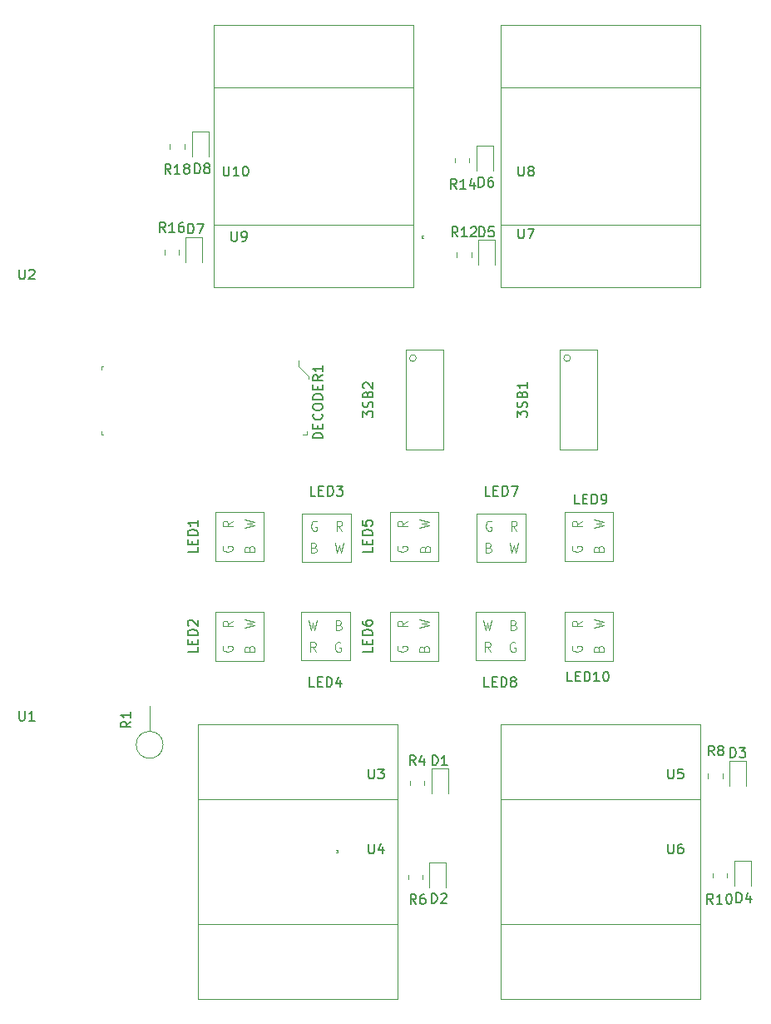
<source format=gbr>
%TF.GenerationSoftware,KiCad,Pcbnew,(5.1.7)-1*%
%TF.CreationDate,2020-11-19T14:16:26-06:00*%
%TF.ProjectId,SLEDBoard,534c4544-426f-4617-9264-2e6b69636164,v01*%
%TF.SameCoordinates,Original*%
%TF.FileFunction,Legend,Top*%
%TF.FilePolarity,Positive*%
%FSLAX46Y46*%
G04 Gerber Fmt 4.6, Leading zero omitted, Abs format (unit mm)*
G04 Created by KiCad (PCBNEW (5.1.7)-1) date 2020-11-19 14:16:26*
%MOMM*%
%LPD*%
G01*
G04 APERTURE LIST*
%ADD10C,0.025400*%
%ADD11C,0.120000*%
%ADD12C,0.100000*%
%ADD13C,0.150000*%
G04 APERTURE END LIST*
D10*
X78499666Y-92809095D02*
X78342428Y-92809095D01*
X78427095Y-92712333D01*
X78390809Y-92712333D01*
X78366619Y-92700238D01*
X78354523Y-92688142D01*
X78342428Y-92663952D01*
X78342428Y-92603476D01*
X78354523Y-92579285D01*
X78366619Y-92567190D01*
X78390809Y-92555095D01*
X78463380Y-92555095D01*
X78487571Y-92567190D01*
X78499666Y-92579285D01*
X69640333Y-155035904D02*
X69797571Y-155035904D01*
X69712904Y-155132666D01*
X69749190Y-155132666D01*
X69773380Y-155144761D01*
X69785476Y-155156857D01*
X69797571Y-155181047D01*
X69797571Y-155241523D01*
X69785476Y-155265714D01*
X69773380Y-155277809D01*
X69749190Y-155289904D01*
X69676619Y-155289904D01*
X69652428Y-155277809D01*
X69640333Y-155265714D01*
D11*
%TO.C,U10*%
X77470000Y-91440000D02*
X57150000Y-91440000D01*
X77470000Y-71120000D02*
X77470000Y-91440000D01*
X57150000Y-71120000D02*
X77470000Y-71120000D01*
X57150000Y-91440000D02*
X57150000Y-71120000D01*
%TO.C,U9*%
X77470000Y-97790000D02*
X57150000Y-97790000D01*
X77470000Y-77470000D02*
X77470000Y-97790000D01*
X57150000Y-77470000D02*
X77470000Y-77470000D01*
X57150000Y-97790000D02*
X57150000Y-77470000D01*
%TO.C,U8*%
X106680000Y-91440000D02*
X86360000Y-91440000D01*
X106680000Y-71120000D02*
X106680000Y-91440000D01*
X86360000Y-71120000D02*
X106680000Y-71120000D01*
X86360000Y-91440000D02*
X86360000Y-71120000D01*
%TO.C,U7*%
X106680000Y-97790000D02*
X86360000Y-97790000D01*
X106680000Y-77470000D02*
X106680000Y-97790000D01*
X86360000Y-77470000D02*
X106680000Y-77470000D01*
X86360000Y-97790000D02*
X86360000Y-77470000D01*
%TO.C,U6*%
X86360000Y-149860000D02*
X106680000Y-149860000D01*
X86360000Y-170180000D02*
X86360000Y-149860000D01*
X106680000Y-170180000D02*
X86360000Y-170180000D01*
X106680000Y-149860000D02*
X106680000Y-170180000D01*
%TO.C,U5*%
X86360000Y-142240000D02*
X106680000Y-142240000D01*
X86360000Y-162560000D02*
X86360000Y-142240000D01*
X106680000Y-162560000D02*
X86360000Y-162560000D01*
X106680000Y-142240000D02*
X106680000Y-162560000D01*
%TO.C,U4*%
X55520000Y-149860000D02*
X75840000Y-149860000D01*
X55520000Y-170180000D02*
X55520000Y-149860000D01*
X75840000Y-170180000D02*
X55520000Y-170180000D01*
X75840000Y-149860000D02*
X75840000Y-170180000D01*
%TO.C,U3*%
X55545000Y-142240000D02*
X75865000Y-142240000D01*
X55545000Y-162560000D02*
X55545000Y-142240000D01*
X75865000Y-162560000D02*
X55545000Y-162560000D01*
X75865000Y-142240000D02*
X75865000Y-162560000D01*
%TO.C,3SB1*%
X93457177Y-105003600D02*
G75*
G03*
X93457177Y-105003600I-340777J0D01*
G01*
X92405200Y-104140000D02*
X96215200Y-104140000D01*
X92405200Y-114300000D02*
X92405200Y-104140000D01*
X96215200Y-114300000D02*
X92405200Y-114300000D01*
X96215200Y-104140000D02*
X96215200Y-114300000D01*
%TO.C,3SB2*%
X80518000Y-104140000D02*
X80518000Y-114300000D01*
X80518000Y-114300000D02*
X76708000Y-114300000D01*
X76708000Y-114300000D02*
X76708000Y-104140000D01*
X76708000Y-104140000D02*
X80518000Y-104140000D01*
X77759977Y-105003600D02*
G75*
G03*
X77759977Y-105003600I-340777J0D01*
G01*
%TO.C,R18*%
X54149800Y-83241836D02*
X54149800Y-83695964D01*
X52679800Y-83241836D02*
X52679800Y-83695964D01*
%TO.C,R16*%
X52134700Y-93998036D02*
X52134700Y-94452164D01*
X53604700Y-93998036D02*
X53604700Y-94452164D01*
%TO.C,R14*%
X83175700Y-84629636D02*
X83175700Y-85083764D01*
X81705700Y-84629636D02*
X81705700Y-85083764D01*
%TO.C,R12*%
X83360300Y-94255236D02*
X83360300Y-94709364D01*
X81890300Y-94255236D02*
X81890300Y-94709364D01*
%TO.C,R10*%
X109414000Y-157406936D02*
X109414000Y-157861064D01*
X107944000Y-157406936D02*
X107944000Y-157861064D01*
%TO.C,R8*%
X108936000Y-147265936D02*
X108936000Y-147720064D01*
X107466000Y-147265936D02*
X107466000Y-147720064D01*
%TO.C,R6*%
X78406600Y-157550936D02*
X78406600Y-158005064D01*
X76936600Y-157550936D02*
X76936600Y-158005064D01*
%TO.C,R4*%
X78594400Y-148001936D02*
X78594400Y-148456064D01*
X77124400Y-148001936D02*
X77124400Y-148456064D01*
%TO.C,D1*%
X80995400Y-146729000D02*
X80995400Y-149279000D01*
X79295400Y-146729000D02*
X79295400Y-149279000D01*
X80995400Y-146729000D02*
X79295400Y-146729000D01*
%TO.C,D2*%
X80807600Y-156278000D02*
X79107600Y-156278000D01*
X79107600Y-156278000D02*
X79107600Y-158828000D01*
X80807600Y-156278000D02*
X80807600Y-158828000D01*
%TO.C,D3*%
X111337000Y-145993000D02*
X109637000Y-145993000D01*
X109637000Y-145993000D02*
X109637000Y-148543000D01*
X111337000Y-145993000D02*
X111337000Y-148543000D01*
%TO.C,D4*%
X111815000Y-156134000D02*
X111815000Y-158684000D01*
X110115000Y-156134000D02*
X110115000Y-158684000D01*
X111815000Y-156134000D02*
X110115000Y-156134000D01*
%TO.C,D5*%
X85761300Y-92982300D02*
X84061300Y-92982300D01*
X84061300Y-92982300D02*
X84061300Y-95532300D01*
X85761300Y-92982300D02*
X85761300Y-95532300D01*
%TO.C,D6*%
X85576700Y-83356700D02*
X83876700Y-83356700D01*
X83876700Y-83356700D02*
X83876700Y-85906700D01*
X85576700Y-83356700D02*
X85576700Y-85906700D01*
%TO.C,D7*%
X56005700Y-92725100D02*
X56005700Y-95275100D01*
X54305700Y-92725100D02*
X54305700Y-95275100D01*
X56005700Y-92725100D02*
X54305700Y-92725100D01*
%TO.C,D8*%
X56614000Y-81968900D02*
X56614000Y-84518900D01*
X54914000Y-81968900D02*
X54914000Y-84518900D01*
X56614000Y-81968900D02*
X54914000Y-81968900D01*
D12*
%TO.C,DECODER1*%
X66602200Y-112817000D02*
X66602200Y-112417000D01*
X66202200Y-112817000D02*
X66602200Y-112817000D01*
X66792200Y-106837000D02*
X65792200Y-105837000D01*
X66792200Y-107137000D02*
X66792200Y-106837000D01*
X65792200Y-105837000D02*
X65792200Y-105467000D01*
X65792200Y-105457000D02*
X65792200Y-105207000D01*
X45692200Y-112737000D02*
X45892200Y-112737000D01*
X45692200Y-112437000D02*
X45692200Y-112737000D01*
X45692200Y-105837000D02*
X45692200Y-106137000D01*
X45892200Y-105837000D02*
X45692200Y-105837000D01*
D11*
%TO.C,LED1*%
X57340500Y-120650000D02*
X62230000Y-120650000D01*
X57340500Y-125666500D02*
X57340500Y-120650000D01*
X62230000Y-125666500D02*
X57340500Y-125666500D01*
X62230000Y-120650000D02*
X62230000Y-125666500D01*
%TO.C,LED2*%
X62230000Y-130810000D02*
X62230000Y-135826500D01*
X62230000Y-135826500D02*
X57340500Y-135826500D01*
X57340500Y-135826500D02*
X57340500Y-130810000D01*
X57340500Y-130810000D02*
X62230000Y-130810000D01*
%TO.C,LED3*%
X71120000Y-125730000D02*
X66103500Y-125730000D01*
X66103500Y-125730000D02*
X66103500Y-120840500D01*
X66103500Y-120840500D02*
X71120000Y-120840500D01*
X71120000Y-120840500D02*
X71120000Y-125730000D01*
%TO.C,LED4*%
X66040000Y-135699500D02*
X66040000Y-130810000D01*
X71056500Y-135699500D02*
X66040000Y-135699500D01*
X71056500Y-130810000D02*
X71056500Y-135699500D01*
X66040000Y-130810000D02*
X71056500Y-130810000D01*
%TO.C,LED5*%
X75120500Y-120650000D02*
X80010000Y-120650000D01*
X75120500Y-125666500D02*
X75120500Y-120650000D01*
X80010000Y-125666500D02*
X75120500Y-125666500D01*
X80010000Y-120650000D02*
X80010000Y-125666500D01*
%TO.C,LED6*%
X80010000Y-130810000D02*
X80010000Y-135826500D01*
X80010000Y-135826500D02*
X75120500Y-135826500D01*
X75120500Y-135826500D02*
X75120500Y-130810000D01*
X75120500Y-130810000D02*
X80010000Y-130810000D01*
%TO.C,LED7*%
X88900000Y-125730000D02*
X83883500Y-125730000D01*
X83883500Y-125730000D02*
X83883500Y-120840500D01*
X83883500Y-120840500D02*
X88900000Y-120840500D01*
X88900000Y-120840500D02*
X88900000Y-125730000D01*
%TO.C,LED8*%
X83820000Y-130810000D02*
X88836500Y-130810000D01*
X88836500Y-130810000D02*
X88836500Y-135699500D01*
X88836500Y-135699500D02*
X83820000Y-135699500D01*
X83820000Y-135699500D02*
X83820000Y-130810000D01*
%TO.C,LED9*%
X92900500Y-120650000D02*
X97790000Y-120650000D01*
X92900500Y-125666500D02*
X92900500Y-120650000D01*
X97790000Y-125666500D02*
X92900500Y-125666500D01*
X97790000Y-120650000D02*
X97790000Y-125666500D01*
%TO.C,LED10*%
X92900500Y-130810000D02*
X97790000Y-130810000D01*
X92900500Y-135826500D02*
X92900500Y-130810000D01*
X97790000Y-135826500D02*
X92900500Y-135826500D01*
X97790000Y-130810000D02*
X97790000Y-135826500D01*
%TO.C,R1*%
X51995000Y-144325000D02*
G75*
G03*
X51995000Y-144325000I-1370000J0D01*
G01*
X50625000Y-142955000D02*
X50625000Y-140345000D01*
%TO.C,U10*%
D13*
X58146903Y-85477379D02*
X58146903Y-86286903D01*
X58194522Y-86382141D01*
X58242141Y-86429760D01*
X58337379Y-86477379D01*
X58527856Y-86477379D01*
X58623094Y-86429760D01*
X58670713Y-86382141D01*
X58718332Y-86286903D01*
X58718332Y-85477379D01*
X59718332Y-86477379D02*
X59146903Y-86477379D01*
X59432618Y-86477379D02*
X59432618Y-85477379D01*
X59337379Y-85620237D01*
X59242141Y-85715475D01*
X59146903Y-85763094D01*
X60337379Y-85477379D02*
X60432618Y-85477379D01*
X60527856Y-85524999D01*
X60575475Y-85572618D01*
X60623094Y-85667856D01*
X60670713Y-85858332D01*
X60670713Y-86096427D01*
X60623094Y-86286903D01*
X60575475Y-86382141D01*
X60527856Y-86429760D01*
X60432618Y-86477379D01*
X60337379Y-86477379D01*
X60242141Y-86429760D01*
X60194522Y-86382141D01*
X60146903Y-86286903D01*
X60099284Y-86096427D01*
X60099284Y-85858332D01*
X60146903Y-85667856D01*
X60194522Y-85572618D01*
X60242141Y-85524999D01*
X60337379Y-85477379D01*
%TO.C,U9*%
X58953495Y-92122380D02*
X58953495Y-92931904D01*
X59001114Y-93027142D01*
X59048733Y-93074761D01*
X59143971Y-93122380D01*
X59334447Y-93122380D01*
X59429685Y-93074761D01*
X59477304Y-93027142D01*
X59524923Y-92931904D01*
X59524923Y-92122380D01*
X60048733Y-93122380D02*
X60239209Y-93122380D01*
X60334447Y-93074761D01*
X60382066Y-93027142D01*
X60477304Y-92884285D01*
X60524923Y-92693809D01*
X60524923Y-92312857D01*
X60477304Y-92217619D01*
X60429685Y-92170000D01*
X60334447Y-92122380D01*
X60143971Y-92122380D01*
X60048733Y-92170000D01*
X60001114Y-92217619D01*
X59953495Y-92312857D01*
X59953495Y-92550952D01*
X60001114Y-92646190D01*
X60048733Y-92693809D01*
X60143971Y-92741428D01*
X60334447Y-92741428D01*
X60429685Y-92693809D01*
X60477304Y-92646190D01*
X60524923Y-92550952D01*
%TO.C,U8*%
X88163495Y-85477379D02*
X88163495Y-86286903D01*
X88211114Y-86382141D01*
X88258733Y-86429760D01*
X88353971Y-86477379D01*
X88544447Y-86477379D01*
X88639685Y-86429760D01*
X88687304Y-86382141D01*
X88734923Y-86286903D01*
X88734923Y-85477379D01*
X89353971Y-85905951D02*
X89258733Y-85858332D01*
X89211114Y-85810713D01*
X89163495Y-85715475D01*
X89163495Y-85667856D01*
X89211114Y-85572618D01*
X89258733Y-85524999D01*
X89353971Y-85477379D01*
X89544447Y-85477379D01*
X89639685Y-85524999D01*
X89687304Y-85572618D01*
X89734923Y-85667856D01*
X89734923Y-85715475D01*
X89687304Y-85810713D01*
X89639685Y-85858332D01*
X89544447Y-85905951D01*
X89353971Y-85905951D01*
X89258733Y-85953570D01*
X89211114Y-86001189D01*
X89163495Y-86096427D01*
X89163495Y-86286903D01*
X89211114Y-86382141D01*
X89258733Y-86429760D01*
X89353971Y-86477379D01*
X89544447Y-86477379D01*
X89639685Y-86429760D01*
X89687304Y-86382141D01*
X89734923Y-86286903D01*
X89734923Y-86096427D01*
X89687304Y-86001189D01*
X89639685Y-85953570D01*
X89544447Y-85905951D01*
%TO.C,U7*%
X88163495Y-91827379D02*
X88163495Y-92636903D01*
X88211114Y-92732141D01*
X88258733Y-92779760D01*
X88353971Y-92827379D01*
X88544447Y-92827379D01*
X88639685Y-92779760D01*
X88687304Y-92732141D01*
X88734923Y-92636903D01*
X88734923Y-91827379D01*
X89115876Y-91827379D02*
X89782542Y-91827379D01*
X89353971Y-92827379D01*
%TO.C,U6*%
X103378095Y-154392380D02*
X103378095Y-155201904D01*
X103425714Y-155297142D01*
X103473333Y-155344761D01*
X103568571Y-155392380D01*
X103759047Y-155392380D01*
X103854285Y-155344761D01*
X103901904Y-155297142D01*
X103949523Y-155201904D01*
X103949523Y-154392380D01*
X104854285Y-154392380D02*
X104663809Y-154392380D01*
X104568571Y-154440000D01*
X104520952Y-154487619D01*
X104425714Y-154630476D01*
X104378095Y-154820952D01*
X104378095Y-155201904D01*
X104425714Y-155297142D01*
X104473333Y-155344761D01*
X104568571Y-155392380D01*
X104759047Y-155392380D01*
X104854285Y-155344761D01*
X104901904Y-155297142D01*
X104949523Y-155201904D01*
X104949523Y-154963809D01*
X104901904Y-154868571D01*
X104854285Y-154820952D01*
X104759047Y-154773333D01*
X104568571Y-154773333D01*
X104473333Y-154820952D01*
X104425714Y-154868571D01*
X104378095Y-154963809D01*
%TO.C,U5*%
X103378095Y-146772380D02*
X103378095Y-147581904D01*
X103425714Y-147677142D01*
X103473333Y-147724761D01*
X103568571Y-147772380D01*
X103759047Y-147772380D01*
X103854285Y-147724761D01*
X103901904Y-147677142D01*
X103949523Y-147581904D01*
X103949523Y-146772380D01*
X104901904Y-146772380D02*
X104425714Y-146772380D01*
X104378095Y-147248571D01*
X104425714Y-147200952D01*
X104520952Y-147153333D01*
X104759047Y-147153333D01*
X104854285Y-147200952D01*
X104901904Y-147248571D01*
X104949523Y-147343809D01*
X104949523Y-147581904D01*
X104901904Y-147677142D01*
X104854285Y-147724761D01*
X104759047Y-147772380D01*
X104520952Y-147772380D01*
X104425714Y-147724761D01*
X104378095Y-147677142D01*
%TO.C,U4*%
X72898095Y-154392380D02*
X72898095Y-155201904D01*
X72945714Y-155297142D01*
X72993333Y-155344761D01*
X73088571Y-155392380D01*
X73279047Y-155392380D01*
X73374285Y-155344761D01*
X73421904Y-155297142D01*
X73469523Y-155201904D01*
X73469523Y-154392380D01*
X74374285Y-154725714D02*
X74374285Y-155392380D01*
X74136190Y-154344761D02*
X73898095Y-155059047D01*
X74517142Y-155059047D01*
%TO.C,U3*%
X72898095Y-146772380D02*
X72898095Y-147581904D01*
X72945714Y-147677142D01*
X72993333Y-147724761D01*
X73088571Y-147772380D01*
X73279047Y-147772380D01*
X73374285Y-147724761D01*
X73421904Y-147677142D01*
X73469523Y-147581904D01*
X73469523Y-146772380D01*
X73850476Y-146772380D02*
X74469523Y-146772380D01*
X74136190Y-147153333D01*
X74279047Y-147153333D01*
X74374285Y-147200952D01*
X74421904Y-147248571D01*
X74469523Y-147343809D01*
X74469523Y-147581904D01*
X74421904Y-147677142D01*
X74374285Y-147724761D01*
X74279047Y-147772380D01*
X73993333Y-147772380D01*
X73898095Y-147724761D01*
X73850476Y-147677142D01*
%TO.C,3SB1*%
X88047580Y-111005714D02*
X88047580Y-110386666D01*
X88428533Y-110720000D01*
X88428533Y-110577142D01*
X88476152Y-110481904D01*
X88523771Y-110434285D01*
X88619009Y-110386666D01*
X88857104Y-110386666D01*
X88952342Y-110434285D01*
X88999961Y-110481904D01*
X89047580Y-110577142D01*
X89047580Y-110862857D01*
X88999961Y-110958095D01*
X88952342Y-111005714D01*
X88999961Y-110005714D02*
X89047580Y-109862857D01*
X89047580Y-109624761D01*
X88999961Y-109529523D01*
X88952342Y-109481904D01*
X88857104Y-109434285D01*
X88761866Y-109434285D01*
X88666628Y-109481904D01*
X88619009Y-109529523D01*
X88571390Y-109624761D01*
X88523771Y-109815238D01*
X88476152Y-109910476D01*
X88428533Y-109958095D01*
X88333295Y-110005714D01*
X88238057Y-110005714D01*
X88142819Y-109958095D01*
X88095200Y-109910476D01*
X88047580Y-109815238D01*
X88047580Y-109577142D01*
X88095200Y-109434285D01*
X88523771Y-108672380D02*
X88571390Y-108529523D01*
X88619009Y-108481904D01*
X88714247Y-108434285D01*
X88857104Y-108434285D01*
X88952342Y-108481904D01*
X88999961Y-108529523D01*
X89047580Y-108624761D01*
X89047580Y-109005714D01*
X88047580Y-109005714D01*
X88047580Y-108672380D01*
X88095200Y-108577142D01*
X88142819Y-108529523D01*
X88238057Y-108481904D01*
X88333295Y-108481904D01*
X88428533Y-108529523D01*
X88476152Y-108577142D01*
X88523771Y-108672380D01*
X88523771Y-109005714D01*
X89047580Y-107481904D02*
X89047580Y-108053333D01*
X89047580Y-107767619D02*
X88047580Y-107767619D01*
X88190438Y-107862857D01*
X88285676Y-107958095D01*
X88333295Y-108053333D01*
%TO.C,3SB2*%
X72350380Y-111005714D02*
X72350380Y-110386666D01*
X72731333Y-110720000D01*
X72731333Y-110577142D01*
X72778952Y-110481904D01*
X72826571Y-110434285D01*
X72921809Y-110386666D01*
X73159904Y-110386666D01*
X73255142Y-110434285D01*
X73302761Y-110481904D01*
X73350380Y-110577142D01*
X73350380Y-110862857D01*
X73302761Y-110958095D01*
X73255142Y-111005714D01*
X73302761Y-110005714D02*
X73350380Y-109862857D01*
X73350380Y-109624761D01*
X73302761Y-109529523D01*
X73255142Y-109481904D01*
X73159904Y-109434285D01*
X73064666Y-109434285D01*
X72969428Y-109481904D01*
X72921809Y-109529523D01*
X72874190Y-109624761D01*
X72826571Y-109815238D01*
X72778952Y-109910476D01*
X72731333Y-109958095D01*
X72636095Y-110005714D01*
X72540857Y-110005714D01*
X72445619Y-109958095D01*
X72398000Y-109910476D01*
X72350380Y-109815238D01*
X72350380Y-109577142D01*
X72398000Y-109434285D01*
X72826571Y-108672380D02*
X72874190Y-108529523D01*
X72921809Y-108481904D01*
X73017047Y-108434285D01*
X73159904Y-108434285D01*
X73255142Y-108481904D01*
X73302761Y-108529523D01*
X73350380Y-108624761D01*
X73350380Y-109005714D01*
X72350380Y-109005714D01*
X72350380Y-108672380D01*
X72398000Y-108577142D01*
X72445619Y-108529523D01*
X72540857Y-108481904D01*
X72636095Y-108481904D01*
X72731333Y-108529523D01*
X72778952Y-108577142D01*
X72826571Y-108672380D01*
X72826571Y-109005714D01*
X72445619Y-108053333D02*
X72398000Y-108005714D01*
X72350380Y-107910476D01*
X72350380Y-107672380D01*
X72398000Y-107577142D01*
X72445619Y-107529523D01*
X72540857Y-107481904D01*
X72636095Y-107481904D01*
X72778952Y-107529523D01*
X73350380Y-108100952D01*
X73350380Y-107481904D01*
%TO.C,R18*%
X52771942Y-86270780D02*
X52438609Y-85794590D01*
X52200514Y-86270780D02*
X52200514Y-85270780D01*
X52581466Y-85270780D01*
X52676704Y-85318400D01*
X52724323Y-85366019D01*
X52771942Y-85461257D01*
X52771942Y-85604114D01*
X52724323Y-85699352D01*
X52676704Y-85746971D01*
X52581466Y-85794590D01*
X52200514Y-85794590D01*
X53724323Y-86270780D02*
X53152895Y-86270780D01*
X53438609Y-86270780D02*
X53438609Y-85270780D01*
X53343371Y-85413638D01*
X53248133Y-85508876D01*
X53152895Y-85556495D01*
X54295752Y-85699352D02*
X54200514Y-85651733D01*
X54152895Y-85604114D01*
X54105276Y-85508876D01*
X54105276Y-85461257D01*
X54152895Y-85366019D01*
X54200514Y-85318400D01*
X54295752Y-85270780D01*
X54486228Y-85270780D01*
X54581466Y-85318400D01*
X54629085Y-85366019D01*
X54676704Y-85461257D01*
X54676704Y-85508876D01*
X54629085Y-85604114D01*
X54581466Y-85651733D01*
X54486228Y-85699352D01*
X54295752Y-85699352D01*
X54200514Y-85746971D01*
X54152895Y-85794590D01*
X54105276Y-85889828D01*
X54105276Y-86080304D01*
X54152895Y-86175542D01*
X54200514Y-86223161D01*
X54295752Y-86270780D01*
X54486228Y-86270780D01*
X54581466Y-86223161D01*
X54629085Y-86175542D01*
X54676704Y-86080304D01*
X54676704Y-85889828D01*
X54629085Y-85794590D01*
X54581466Y-85746971D01*
X54486228Y-85699352D01*
%TO.C,R16*%
X52226842Y-92200980D02*
X51893509Y-91724790D01*
X51655414Y-92200980D02*
X51655414Y-91200980D01*
X52036366Y-91200980D01*
X52131604Y-91248600D01*
X52179223Y-91296219D01*
X52226842Y-91391457D01*
X52226842Y-91534314D01*
X52179223Y-91629552D01*
X52131604Y-91677171D01*
X52036366Y-91724790D01*
X51655414Y-91724790D01*
X53179223Y-92200980D02*
X52607795Y-92200980D01*
X52893509Y-92200980D02*
X52893509Y-91200980D01*
X52798271Y-91343838D01*
X52703033Y-91439076D01*
X52607795Y-91486695D01*
X54036366Y-91200980D02*
X53845890Y-91200980D01*
X53750652Y-91248600D01*
X53703033Y-91296219D01*
X53607795Y-91439076D01*
X53560176Y-91629552D01*
X53560176Y-92010504D01*
X53607795Y-92105742D01*
X53655414Y-92153361D01*
X53750652Y-92200980D01*
X53941128Y-92200980D01*
X54036366Y-92153361D01*
X54083985Y-92105742D01*
X54131604Y-92010504D01*
X54131604Y-91772409D01*
X54083985Y-91677171D01*
X54036366Y-91629552D01*
X53941128Y-91581933D01*
X53750652Y-91581933D01*
X53655414Y-91629552D01*
X53607795Y-91677171D01*
X53560176Y-91772409D01*
%TO.C,R14*%
X81861342Y-87785580D02*
X81528009Y-87309390D01*
X81289914Y-87785580D02*
X81289914Y-86785580D01*
X81670866Y-86785580D01*
X81766104Y-86833200D01*
X81813723Y-86880819D01*
X81861342Y-86976057D01*
X81861342Y-87118914D01*
X81813723Y-87214152D01*
X81766104Y-87261771D01*
X81670866Y-87309390D01*
X81289914Y-87309390D01*
X82813723Y-87785580D02*
X82242295Y-87785580D01*
X82528009Y-87785580D02*
X82528009Y-86785580D01*
X82432771Y-86928438D01*
X82337533Y-87023676D01*
X82242295Y-87071295D01*
X83670866Y-87118914D02*
X83670866Y-87785580D01*
X83432771Y-86737961D02*
X83194676Y-87452247D01*
X83813723Y-87452247D01*
%TO.C,R12*%
X81982442Y-92648680D02*
X81649109Y-92172490D01*
X81411014Y-92648680D02*
X81411014Y-91648680D01*
X81791966Y-91648680D01*
X81887204Y-91696300D01*
X81934823Y-91743919D01*
X81982442Y-91839157D01*
X81982442Y-91982014D01*
X81934823Y-92077252D01*
X81887204Y-92124871D01*
X81791966Y-92172490D01*
X81411014Y-92172490D01*
X82934823Y-92648680D02*
X82363395Y-92648680D01*
X82649109Y-92648680D02*
X82649109Y-91648680D01*
X82553871Y-91791538D01*
X82458633Y-91886776D01*
X82363395Y-91934395D01*
X83315776Y-91743919D02*
X83363395Y-91696300D01*
X83458633Y-91648680D01*
X83696728Y-91648680D01*
X83791966Y-91696300D01*
X83839585Y-91743919D01*
X83887204Y-91839157D01*
X83887204Y-91934395D01*
X83839585Y-92077252D01*
X83268157Y-92648680D01*
X83887204Y-92648680D01*
%TO.C,R10*%
X107972642Y-160499380D02*
X107639309Y-160023190D01*
X107401214Y-160499380D02*
X107401214Y-159499380D01*
X107782166Y-159499380D01*
X107877404Y-159547000D01*
X107925023Y-159594619D01*
X107972642Y-159689857D01*
X107972642Y-159832714D01*
X107925023Y-159927952D01*
X107877404Y-159975571D01*
X107782166Y-160023190D01*
X107401214Y-160023190D01*
X108925023Y-160499380D02*
X108353595Y-160499380D01*
X108639309Y-160499380D02*
X108639309Y-159499380D01*
X108544071Y-159642238D01*
X108448833Y-159737476D01*
X108353595Y-159785095D01*
X109544071Y-159499380D02*
X109639309Y-159499380D01*
X109734547Y-159547000D01*
X109782166Y-159594619D01*
X109829785Y-159689857D01*
X109877404Y-159880333D01*
X109877404Y-160118428D01*
X109829785Y-160308904D01*
X109782166Y-160404142D01*
X109734547Y-160451761D01*
X109639309Y-160499380D01*
X109544071Y-160499380D01*
X109448833Y-160451761D01*
X109401214Y-160404142D01*
X109353595Y-160308904D01*
X109305976Y-160118428D01*
X109305976Y-159880333D01*
X109353595Y-159689857D01*
X109401214Y-159594619D01*
X109448833Y-159547000D01*
X109544071Y-159499380D01*
%TO.C,R8*%
X108097833Y-145405380D02*
X107764500Y-144929190D01*
X107526404Y-145405380D02*
X107526404Y-144405380D01*
X107907357Y-144405380D01*
X108002595Y-144453000D01*
X108050214Y-144500619D01*
X108097833Y-144595857D01*
X108097833Y-144738714D01*
X108050214Y-144833952D01*
X108002595Y-144881571D01*
X107907357Y-144929190D01*
X107526404Y-144929190D01*
X108669261Y-144833952D02*
X108574023Y-144786333D01*
X108526404Y-144738714D01*
X108478785Y-144643476D01*
X108478785Y-144595857D01*
X108526404Y-144500619D01*
X108574023Y-144453000D01*
X108669261Y-144405380D01*
X108859738Y-144405380D01*
X108954976Y-144453000D01*
X109002595Y-144500619D01*
X109050214Y-144595857D01*
X109050214Y-144643476D01*
X109002595Y-144738714D01*
X108954976Y-144786333D01*
X108859738Y-144833952D01*
X108669261Y-144833952D01*
X108574023Y-144881571D01*
X108526404Y-144929190D01*
X108478785Y-145024428D01*
X108478785Y-145214904D01*
X108526404Y-145310142D01*
X108574023Y-145357761D01*
X108669261Y-145405380D01*
X108859738Y-145405380D01*
X108954976Y-145357761D01*
X109002595Y-145310142D01*
X109050214Y-145214904D01*
X109050214Y-145024428D01*
X109002595Y-144929190D01*
X108954976Y-144881571D01*
X108859738Y-144833952D01*
%TO.C,R6*%
X77758933Y-160516380D02*
X77425600Y-160040190D01*
X77187504Y-160516380D02*
X77187504Y-159516380D01*
X77568457Y-159516380D01*
X77663695Y-159564000D01*
X77711314Y-159611619D01*
X77758933Y-159706857D01*
X77758933Y-159849714D01*
X77711314Y-159944952D01*
X77663695Y-159992571D01*
X77568457Y-160040190D01*
X77187504Y-160040190D01*
X78616076Y-159516380D02*
X78425600Y-159516380D01*
X78330361Y-159564000D01*
X78282742Y-159611619D01*
X78187504Y-159754476D01*
X78139885Y-159944952D01*
X78139885Y-160325904D01*
X78187504Y-160421142D01*
X78235123Y-160468761D01*
X78330361Y-160516380D01*
X78520838Y-160516380D01*
X78616076Y-160468761D01*
X78663695Y-160421142D01*
X78711314Y-160325904D01*
X78711314Y-160087809D01*
X78663695Y-159992571D01*
X78616076Y-159944952D01*
X78520838Y-159897333D01*
X78330361Y-159897333D01*
X78235123Y-159944952D01*
X78187504Y-159992571D01*
X78139885Y-160087809D01*
%TO.C,R4*%
X77692733Y-146395380D02*
X77359400Y-145919190D01*
X77121304Y-146395380D02*
X77121304Y-145395380D01*
X77502257Y-145395380D01*
X77597495Y-145443000D01*
X77645114Y-145490619D01*
X77692733Y-145585857D01*
X77692733Y-145728714D01*
X77645114Y-145823952D01*
X77597495Y-145871571D01*
X77502257Y-145919190D01*
X77121304Y-145919190D01*
X78549876Y-145728714D02*
X78549876Y-146395380D01*
X78311780Y-145347761D02*
X78073685Y-146062047D01*
X78692733Y-146062047D01*
%TO.C,D1*%
X79407304Y-146395380D02*
X79407304Y-145395380D01*
X79645400Y-145395380D01*
X79788257Y-145443000D01*
X79883495Y-145538238D01*
X79931114Y-145633476D01*
X79978733Y-145823952D01*
X79978733Y-145966809D01*
X79931114Y-146157285D01*
X79883495Y-146252523D01*
X79788257Y-146347761D01*
X79645400Y-146395380D01*
X79407304Y-146395380D01*
X80931114Y-146395380D02*
X80359685Y-146395380D01*
X80645400Y-146395380D02*
X80645400Y-145395380D01*
X80550161Y-145538238D01*
X80454923Y-145633476D01*
X80359685Y-145681095D01*
%TO.C,D2*%
X79321104Y-160440180D02*
X79321104Y-159440180D01*
X79559200Y-159440180D01*
X79702057Y-159487800D01*
X79797295Y-159583038D01*
X79844914Y-159678276D01*
X79892533Y-159868752D01*
X79892533Y-160011609D01*
X79844914Y-160202085D01*
X79797295Y-160297323D01*
X79702057Y-160392561D01*
X79559200Y-160440180D01*
X79321104Y-160440180D01*
X80273485Y-159535419D02*
X80321104Y-159487800D01*
X80416342Y-159440180D01*
X80654438Y-159440180D01*
X80749676Y-159487800D01*
X80797295Y-159535419D01*
X80844914Y-159630657D01*
X80844914Y-159725895D01*
X80797295Y-159868752D01*
X80225866Y-160440180D01*
X80844914Y-160440180D01*
%TO.C,D3*%
X109748904Y-145595880D02*
X109748904Y-144595880D01*
X109987000Y-144595880D01*
X110129857Y-144643500D01*
X110225095Y-144738738D01*
X110272714Y-144833976D01*
X110320333Y-145024452D01*
X110320333Y-145167309D01*
X110272714Y-145357785D01*
X110225095Y-145453023D01*
X110129857Y-145548261D01*
X109987000Y-145595880D01*
X109748904Y-145595880D01*
X110653666Y-144595880D02*
X111272714Y-144595880D01*
X110939380Y-144976833D01*
X111082238Y-144976833D01*
X111177476Y-145024452D01*
X111225095Y-145072071D01*
X111272714Y-145167309D01*
X111272714Y-145405404D01*
X111225095Y-145500642D01*
X111177476Y-145548261D01*
X111082238Y-145595880D01*
X110796523Y-145595880D01*
X110701285Y-145548261D01*
X110653666Y-145500642D01*
%TO.C,D4*%
X110353904Y-160372380D02*
X110353904Y-159372380D01*
X110592000Y-159372380D01*
X110734857Y-159420000D01*
X110830095Y-159515238D01*
X110877714Y-159610476D01*
X110925333Y-159800952D01*
X110925333Y-159943809D01*
X110877714Y-160134285D01*
X110830095Y-160229523D01*
X110734857Y-160324761D01*
X110592000Y-160372380D01*
X110353904Y-160372380D01*
X111782476Y-159705714D02*
X111782476Y-160372380D01*
X111544380Y-159324761D02*
X111306285Y-160039047D01*
X111925333Y-160039047D01*
%TO.C,D5*%
X84173204Y-92648680D02*
X84173204Y-91648680D01*
X84411300Y-91648680D01*
X84554157Y-91696300D01*
X84649395Y-91791538D01*
X84697014Y-91886776D01*
X84744633Y-92077252D01*
X84744633Y-92220109D01*
X84697014Y-92410585D01*
X84649395Y-92505823D01*
X84554157Y-92601061D01*
X84411300Y-92648680D01*
X84173204Y-92648680D01*
X85649395Y-91648680D02*
X85173204Y-91648680D01*
X85125585Y-92124871D01*
X85173204Y-92077252D01*
X85268442Y-92029633D01*
X85506538Y-92029633D01*
X85601776Y-92077252D01*
X85649395Y-92124871D01*
X85697014Y-92220109D01*
X85697014Y-92458204D01*
X85649395Y-92553442D01*
X85601776Y-92601061D01*
X85506538Y-92648680D01*
X85268442Y-92648680D01*
X85173204Y-92601061D01*
X85125585Y-92553442D01*
%TO.C,D6*%
X84115604Y-87595080D02*
X84115604Y-86595080D01*
X84353700Y-86595080D01*
X84496557Y-86642700D01*
X84591795Y-86737938D01*
X84639414Y-86833176D01*
X84687033Y-87023652D01*
X84687033Y-87166509D01*
X84639414Y-87356985D01*
X84591795Y-87452223D01*
X84496557Y-87547461D01*
X84353700Y-87595080D01*
X84115604Y-87595080D01*
X85544176Y-86595080D02*
X85353700Y-86595080D01*
X85258461Y-86642700D01*
X85210842Y-86690319D01*
X85115604Y-86833176D01*
X85067985Y-87023652D01*
X85067985Y-87404604D01*
X85115604Y-87499842D01*
X85163223Y-87547461D01*
X85258461Y-87595080D01*
X85448938Y-87595080D01*
X85544176Y-87547461D01*
X85591795Y-87499842D01*
X85639414Y-87404604D01*
X85639414Y-87166509D01*
X85591795Y-87071271D01*
X85544176Y-87023652D01*
X85448938Y-86976033D01*
X85258461Y-86976033D01*
X85163223Y-87023652D01*
X85115604Y-87071271D01*
X85067985Y-87166509D01*
%TO.C,D7*%
X54544604Y-92327980D02*
X54544604Y-91327980D01*
X54782700Y-91327980D01*
X54925557Y-91375600D01*
X55020795Y-91470838D01*
X55068414Y-91566076D01*
X55116033Y-91756552D01*
X55116033Y-91899409D01*
X55068414Y-92089885D01*
X55020795Y-92185123D01*
X54925557Y-92280361D01*
X54782700Y-92327980D01*
X54544604Y-92327980D01*
X55449366Y-91327980D02*
X56116033Y-91327980D01*
X55687461Y-92327980D01*
%TO.C,D8*%
X55216404Y-86207280D02*
X55216404Y-85207280D01*
X55454500Y-85207280D01*
X55597357Y-85254900D01*
X55692595Y-85350138D01*
X55740214Y-85445376D01*
X55787833Y-85635852D01*
X55787833Y-85778709D01*
X55740214Y-85969185D01*
X55692595Y-86064423D01*
X55597357Y-86159661D01*
X55454500Y-86207280D01*
X55216404Y-86207280D01*
X56359261Y-85635852D02*
X56264023Y-85588233D01*
X56216404Y-85540614D01*
X56168785Y-85445376D01*
X56168785Y-85397757D01*
X56216404Y-85302519D01*
X56264023Y-85254900D01*
X56359261Y-85207280D01*
X56549738Y-85207280D01*
X56644976Y-85254900D01*
X56692595Y-85302519D01*
X56740214Y-85397757D01*
X56740214Y-85445376D01*
X56692595Y-85540614D01*
X56644976Y-85588233D01*
X56549738Y-85635852D01*
X56359261Y-85635852D01*
X56264023Y-85683471D01*
X56216404Y-85731090D01*
X56168785Y-85826328D01*
X56168785Y-86016804D01*
X56216404Y-86112042D01*
X56264023Y-86159661D01*
X56359261Y-86207280D01*
X56549738Y-86207280D01*
X56644976Y-86159661D01*
X56692595Y-86112042D01*
X56740214Y-86016804D01*
X56740214Y-85826328D01*
X56692595Y-85731090D01*
X56644976Y-85683471D01*
X56549738Y-85635852D01*
%TO.C,DECODER1*%
X68244580Y-113143666D02*
X67244580Y-113143666D01*
X67244580Y-112905571D01*
X67292200Y-112762714D01*
X67387438Y-112667476D01*
X67482676Y-112619857D01*
X67673152Y-112572238D01*
X67816009Y-112572238D01*
X68006485Y-112619857D01*
X68101723Y-112667476D01*
X68196961Y-112762714D01*
X68244580Y-112905571D01*
X68244580Y-113143666D01*
X67720771Y-112143666D02*
X67720771Y-111810333D01*
X68244580Y-111667476D02*
X68244580Y-112143666D01*
X67244580Y-112143666D01*
X67244580Y-111667476D01*
X68149342Y-110667476D02*
X68196961Y-110715095D01*
X68244580Y-110857952D01*
X68244580Y-110953190D01*
X68196961Y-111096047D01*
X68101723Y-111191285D01*
X68006485Y-111238904D01*
X67816009Y-111286523D01*
X67673152Y-111286523D01*
X67482676Y-111238904D01*
X67387438Y-111191285D01*
X67292200Y-111096047D01*
X67244580Y-110953190D01*
X67244580Y-110857952D01*
X67292200Y-110715095D01*
X67339819Y-110667476D01*
X67244580Y-110048428D02*
X67244580Y-109857952D01*
X67292200Y-109762714D01*
X67387438Y-109667476D01*
X67577914Y-109619857D01*
X67911247Y-109619857D01*
X68101723Y-109667476D01*
X68196961Y-109762714D01*
X68244580Y-109857952D01*
X68244580Y-110048428D01*
X68196961Y-110143666D01*
X68101723Y-110238904D01*
X67911247Y-110286523D01*
X67577914Y-110286523D01*
X67387438Y-110238904D01*
X67292200Y-110143666D01*
X67244580Y-110048428D01*
X68244580Y-109191285D02*
X67244580Y-109191285D01*
X67244580Y-108953190D01*
X67292200Y-108810333D01*
X67387438Y-108715095D01*
X67482676Y-108667476D01*
X67673152Y-108619857D01*
X67816009Y-108619857D01*
X68006485Y-108667476D01*
X68101723Y-108715095D01*
X68196961Y-108810333D01*
X68244580Y-108953190D01*
X68244580Y-109191285D01*
X67720771Y-108191285D02*
X67720771Y-107857952D01*
X68244580Y-107715095D02*
X68244580Y-108191285D01*
X67244580Y-108191285D01*
X67244580Y-107715095D01*
X68244580Y-106715095D02*
X67768390Y-107048428D01*
X68244580Y-107286523D02*
X67244580Y-107286523D01*
X67244580Y-106905571D01*
X67292200Y-106810333D01*
X67339819Y-106762714D01*
X67435057Y-106715095D01*
X67577914Y-106715095D01*
X67673152Y-106762714D01*
X67720771Y-106810333D01*
X67768390Y-106905571D01*
X67768390Y-107286523D01*
X68244580Y-105762714D02*
X68244580Y-106334142D01*
X68244580Y-106048428D02*
X67244580Y-106048428D01*
X67387438Y-106143666D01*
X67482676Y-106238904D01*
X67530295Y-106334142D01*
%TO.C,LED1*%
X55506880Y-124245547D02*
X55506880Y-124721738D01*
X54506880Y-124721738D01*
X54983071Y-123912214D02*
X54983071Y-123578880D01*
X55506880Y-123436023D02*
X55506880Y-123912214D01*
X54506880Y-123912214D01*
X54506880Y-123436023D01*
X55506880Y-123007452D02*
X54506880Y-123007452D01*
X54506880Y-122769357D01*
X54554500Y-122626500D01*
X54649738Y-122531261D01*
X54744976Y-122483642D01*
X54935452Y-122436023D01*
X55078309Y-122436023D01*
X55268785Y-122483642D01*
X55364023Y-122531261D01*
X55459261Y-122626500D01*
X55506880Y-122769357D01*
X55506880Y-123007452D01*
X55506880Y-121483642D02*
X55506880Y-122055071D01*
X55506880Y-121769357D02*
X54506880Y-121769357D01*
X54649738Y-121864595D01*
X54744976Y-121959833D01*
X54792595Y-122055071D01*
D12*
X60761571Y-124388571D02*
X60809190Y-124245714D01*
X60856809Y-124198095D01*
X60952047Y-124150476D01*
X61094904Y-124150476D01*
X61190142Y-124198095D01*
X61237761Y-124245714D01*
X61285380Y-124340952D01*
X61285380Y-124721904D01*
X60285380Y-124721904D01*
X60285380Y-124388571D01*
X60333000Y-124293333D01*
X60380619Y-124245714D01*
X60475857Y-124198095D01*
X60571095Y-124198095D01*
X60666333Y-124245714D01*
X60713952Y-124293333D01*
X60761571Y-124388571D01*
X60761571Y-124721904D01*
X60285380Y-122285071D02*
X61285380Y-122046976D01*
X60571095Y-121856500D01*
X61285380Y-121666023D01*
X60285380Y-121427928D01*
X58110500Y-124134595D02*
X58062880Y-124229833D01*
X58062880Y-124372690D01*
X58110500Y-124515547D01*
X58205738Y-124610785D01*
X58300976Y-124658404D01*
X58491452Y-124706023D01*
X58634309Y-124706023D01*
X58824785Y-124658404D01*
X58920023Y-124610785D01*
X59015261Y-124515547D01*
X59062880Y-124372690D01*
X59062880Y-124277452D01*
X59015261Y-124134595D01*
X58967642Y-124086976D01*
X58634309Y-124086976D01*
X58634309Y-124277452D01*
X59062880Y-121546976D02*
X58586690Y-121880309D01*
X59062880Y-122118404D02*
X58062880Y-122118404D01*
X58062880Y-121737452D01*
X58110500Y-121642214D01*
X58158119Y-121594595D01*
X58253357Y-121546976D01*
X58396214Y-121546976D01*
X58491452Y-121594595D01*
X58539071Y-121642214D01*
X58586690Y-121737452D01*
X58586690Y-122118404D01*
%TO.C,LED2*%
D13*
X55506880Y-134405547D02*
X55506880Y-134881738D01*
X54506880Y-134881738D01*
X54983071Y-134072214D02*
X54983071Y-133738880D01*
X55506880Y-133596023D02*
X55506880Y-134072214D01*
X54506880Y-134072214D01*
X54506880Y-133596023D01*
X55506880Y-133167452D02*
X54506880Y-133167452D01*
X54506880Y-132929357D01*
X54554500Y-132786500D01*
X54649738Y-132691261D01*
X54744976Y-132643642D01*
X54935452Y-132596023D01*
X55078309Y-132596023D01*
X55268785Y-132643642D01*
X55364023Y-132691261D01*
X55459261Y-132786500D01*
X55506880Y-132929357D01*
X55506880Y-133167452D01*
X54602119Y-132215071D02*
X54554500Y-132167452D01*
X54506880Y-132072214D01*
X54506880Y-131834119D01*
X54554500Y-131738880D01*
X54602119Y-131691261D01*
X54697357Y-131643642D01*
X54792595Y-131643642D01*
X54935452Y-131691261D01*
X55506880Y-132262690D01*
X55506880Y-131643642D01*
D12*
X59062880Y-131706976D02*
X58586690Y-132040309D01*
X59062880Y-132278404D02*
X58062880Y-132278404D01*
X58062880Y-131897452D01*
X58110500Y-131802214D01*
X58158119Y-131754595D01*
X58253357Y-131706976D01*
X58396214Y-131706976D01*
X58491452Y-131754595D01*
X58539071Y-131802214D01*
X58586690Y-131897452D01*
X58586690Y-132278404D01*
X58110500Y-134294595D02*
X58062880Y-134389833D01*
X58062880Y-134532690D01*
X58110500Y-134675547D01*
X58205738Y-134770785D01*
X58300976Y-134818404D01*
X58491452Y-134866023D01*
X58634309Y-134866023D01*
X58824785Y-134818404D01*
X58920023Y-134770785D01*
X59015261Y-134675547D01*
X59062880Y-134532690D01*
X59062880Y-134437452D01*
X59015261Y-134294595D01*
X58967642Y-134246976D01*
X58634309Y-134246976D01*
X58634309Y-134437452D01*
X60285380Y-132445071D02*
X61285380Y-132206976D01*
X60571095Y-132016500D01*
X61285380Y-131826023D01*
X60285380Y-131587928D01*
X60761571Y-134548571D02*
X60809190Y-134405714D01*
X60856809Y-134358095D01*
X60952047Y-134310476D01*
X61094904Y-134310476D01*
X61190142Y-134358095D01*
X61237761Y-134405714D01*
X61285380Y-134500952D01*
X61285380Y-134881904D01*
X60285380Y-134881904D01*
X60285380Y-134548571D01*
X60333000Y-134453333D01*
X60380619Y-134405714D01*
X60475857Y-134358095D01*
X60571095Y-134358095D01*
X60666333Y-134405714D01*
X60713952Y-134453333D01*
X60761571Y-134548571D01*
X60761571Y-134881904D01*
%TO.C,LED3*%
D13*
X67524452Y-119006880D02*
X67048261Y-119006880D01*
X67048261Y-118006880D01*
X67857785Y-118483071D02*
X68191119Y-118483071D01*
X68333976Y-119006880D02*
X67857785Y-119006880D01*
X67857785Y-118006880D01*
X68333976Y-118006880D01*
X68762547Y-119006880D02*
X68762547Y-118006880D01*
X69000642Y-118006880D01*
X69143500Y-118054500D01*
X69238738Y-118149738D01*
X69286357Y-118244976D01*
X69333976Y-118435452D01*
X69333976Y-118578309D01*
X69286357Y-118768785D01*
X69238738Y-118864023D01*
X69143500Y-118959261D01*
X69000642Y-119006880D01*
X68762547Y-119006880D01*
X69667309Y-118006880D02*
X70286357Y-118006880D01*
X69953023Y-118387833D01*
X70095880Y-118387833D01*
X70191119Y-118435452D01*
X70238738Y-118483071D01*
X70286357Y-118578309D01*
X70286357Y-118816404D01*
X70238738Y-118911642D01*
X70191119Y-118959261D01*
X70095880Y-119006880D01*
X69810166Y-119006880D01*
X69714928Y-118959261D01*
X69667309Y-118911642D01*
D12*
X70223023Y-122562880D02*
X69889690Y-122086690D01*
X69651595Y-122562880D02*
X69651595Y-121562880D01*
X70032547Y-121562880D01*
X70127785Y-121610500D01*
X70175404Y-121658119D01*
X70223023Y-121753357D01*
X70223023Y-121896214D01*
X70175404Y-121991452D01*
X70127785Y-122039071D01*
X70032547Y-122086690D01*
X69651595Y-122086690D01*
X67635404Y-121610500D02*
X67540166Y-121562880D01*
X67397309Y-121562880D01*
X67254452Y-121610500D01*
X67159214Y-121705738D01*
X67111595Y-121800976D01*
X67063976Y-121991452D01*
X67063976Y-122134309D01*
X67111595Y-122324785D01*
X67159214Y-122420023D01*
X67254452Y-122515261D01*
X67397309Y-122562880D01*
X67492547Y-122562880D01*
X67635404Y-122515261D01*
X67683023Y-122467642D01*
X67683023Y-122134309D01*
X67492547Y-122134309D01*
X69484928Y-123785380D02*
X69723023Y-124785380D01*
X69913500Y-124071095D01*
X70103976Y-124785380D01*
X70342071Y-123785380D01*
X67381428Y-124261571D02*
X67524285Y-124309190D01*
X67571904Y-124356809D01*
X67619523Y-124452047D01*
X67619523Y-124594904D01*
X67571904Y-124690142D01*
X67524285Y-124737761D01*
X67429047Y-124785380D01*
X67048095Y-124785380D01*
X67048095Y-123785380D01*
X67381428Y-123785380D01*
X67476666Y-123833000D01*
X67524285Y-123880619D01*
X67571904Y-123975857D01*
X67571904Y-124071095D01*
X67524285Y-124166333D01*
X67476666Y-124213952D01*
X67381428Y-124261571D01*
X67048095Y-124261571D01*
%TO.C,LED4*%
D13*
X67397452Y-138437880D02*
X66921261Y-138437880D01*
X66921261Y-137437880D01*
X67730785Y-137914071D02*
X68064119Y-137914071D01*
X68206976Y-138437880D02*
X67730785Y-138437880D01*
X67730785Y-137437880D01*
X68206976Y-137437880D01*
X68635547Y-138437880D02*
X68635547Y-137437880D01*
X68873642Y-137437880D01*
X69016500Y-137485500D01*
X69111738Y-137580738D01*
X69159357Y-137675976D01*
X69206976Y-137866452D01*
X69206976Y-138009309D01*
X69159357Y-138199785D01*
X69111738Y-138295023D01*
X69016500Y-138390261D01*
X68873642Y-138437880D01*
X68635547Y-138437880D01*
X70064119Y-137771214D02*
X70064119Y-138437880D01*
X69826023Y-137390261D02*
X69587928Y-138104547D01*
X70206976Y-138104547D01*
D12*
X69921428Y-132135571D02*
X70064285Y-132183190D01*
X70111904Y-132230809D01*
X70159523Y-132326047D01*
X70159523Y-132468904D01*
X70111904Y-132564142D01*
X70064285Y-132611761D01*
X69969047Y-132659380D01*
X69588095Y-132659380D01*
X69588095Y-131659380D01*
X69921428Y-131659380D01*
X70016666Y-131707000D01*
X70064285Y-131754619D01*
X70111904Y-131849857D01*
X70111904Y-131945095D01*
X70064285Y-132040333D01*
X70016666Y-132087952D01*
X69921428Y-132135571D01*
X69588095Y-132135571D01*
X66817928Y-131659380D02*
X67056023Y-132659380D01*
X67246500Y-131945095D01*
X67436976Y-132659380D01*
X67675071Y-131659380D01*
X70048404Y-133929500D02*
X69953166Y-133881880D01*
X69810309Y-133881880D01*
X69667452Y-133929500D01*
X69572214Y-134024738D01*
X69524595Y-134119976D01*
X69476976Y-134310452D01*
X69476976Y-134453309D01*
X69524595Y-134643785D01*
X69572214Y-134739023D01*
X69667452Y-134834261D01*
X69810309Y-134881880D01*
X69905547Y-134881880D01*
X70048404Y-134834261D01*
X70096023Y-134786642D01*
X70096023Y-134453309D01*
X69905547Y-134453309D01*
X67556023Y-134881880D02*
X67222690Y-134405690D01*
X66984595Y-134881880D02*
X66984595Y-133881880D01*
X67365547Y-133881880D01*
X67460785Y-133929500D01*
X67508404Y-133977119D01*
X67556023Y-134072357D01*
X67556023Y-134215214D01*
X67508404Y-134310452D01*
X67460785Y-134358071D01*
X67365547Y-134405690D01*
X66984595Y-134405690D01*
%TO.C,LED5*%
D13*
X73286880Y-124245547D02*
X73286880Y-124721738D01*
X72286880Y-124721738D01*
X72763071Y-123912214D02*
X72763071Y-123578880D01*
X73286880Y-123436023D02*
X73286880Y-123912214D01*
X72286880Y-123912214D01*
X72286880Y-123436023D01*
X73286880Y-123007452D02*
X72286880Y-123007452D01*
X72286880Y-122769357D01*
X72334500Y-122626500D01*
X72429738Y-122531261D01*
X72524976Y-122483642D01*
X72715452Y-122436023D01*
X72858309Y-122436023D01*
X73048785Y-122483642D01*
X73144023Y-122531261D01*
X73239261Y-122626500D01*
X73286880Y-122769357D01*
X73286880Y-123007452D01*
X72286880Y-121531261D02*
X72286880Y-122007452D01*
X72763071Y-122055071D01*
X72715452Y-122007452D01*
X72667833Y-121912214D01*
X72667833Y-121674119D01*
X72715452Y-121578880D01*
X72763071Y-121531261D01*
X72858309Y-121483642D01*
X73096404Y-121483642D01*
X73191642Y-121531261D01*
X73239261Y-121578880D01*
X73286880Y-121674119D01*
X73286880Y-121912214D01*
X73239261Y-122007452D01*
X73191642Y-122055071D01*
D12*
X78668571Y-124388571D02*
X78716190Y-124245714D01*
X78763809Y-124198095D01*
X78859047Y-124150476D01*
X79001904Y-124150476D01*
X79097142Y-124198095D01*
X79144761Y-124245714D01*
X79192380Y-124340952D01*
X79192380Y-124721904D01*
X78192380Y-124721904D01*
X78192380Y-124388571D01*
X78240000Y-124293333D01*
X78287619Y-124245714D01*
X78382857Y-124198095D01*
X78478095Y-124198095D01*
X78573333Y-124245714D01*
X78620952Y-124293333D01*
X78668571Y-124388571D01*
X78668571Y-124721904D01*
X78065380Y-122285071D02*
X79065380Y-122046976D01*
X78351095Y-121856500D01*
X79065380Y-121666023D01*
X78065380Y-121427928D01*
X75890500Y-124134595D02*
X75842880Y-124229833D01*
X75842880Y-124372690D01*
X75890500Y-124515547D01*
X75985738Y-124610785D01*
X76080976Y-124658404D01*
X76271452Y-124706023D01*
X76414309Y-124706023D01*
X76604785Y-124658404D01*
X76700023Y-124610785D01*
X76795261Y-124515547D01*
X76842880Y-124372690D01*
X76842880Y-124277452D01*
X76795261Y-124134595D01*
X76747642Y-124086976D01*
X76414309Y-124086976D01*
X76414309Y-124277452D01*
X76842880Y-121546976D02*
X76366690Y-121880309D01*
X76842880Y-122118404D02*
X75842880Y-122118404D01*
X75842880Y-121737452D01*
X75890500Y-121642214D01*
X75938119Y-121594595D01*
X76033357Y-121546976D01*
X76176214Y-121546976D01*
X76271452Y-121594595D01*
X76319071Y-121642214D01*
X76366690Y-121737452D01*
X76366690Y-122118404D01*
%TO.C,LED6*%
D13*
X73286880Y-134405547D02*
X73286880Y-134881738D01*
X72286880Y-134881738D01*
X72763071Y-134072214D02*
X72763071Y-133738880D01*
X73286880Y-133596023D02*
X73286880Y-134072214D01*
X72286880Y-134072214D01*
X72286880Y-133596023D01*
X73286880Y-133167452D02*
X72286880Y-133167452D01*
X72286880Y-132929357D01*
X72334500Y-132786500D01*
X72429738Y-132691261D01*
X72524976Y-132643642D01*
X72715452Y-132596023D01*
X72858309Y-132596023D01*
X73048785Y-132643642D01*
X73144023Y-132691261D01*
X73239261Y-132786500D01*
X73286880Y-132929357D01*
X73286880Y-133167452D01*
X72286880Y-131738880D02*
X72286880Y-131929357D01*
X72334500Y-132024595D01*
X72382119Y-132072214D01*
X72524976Y-132167452D01*
X72715452Y-132215071D01*
X73096404Y-132215071D01*
X73191642Y-132167452D01*
X73239261Y-132119833D01*
X73286880Y-132024595D01*
X73286880Y-131834119D01*
X73239261Y-131738880D01*
X73191642Y-131691261D01*
X73096404Y-131643642D01*
X72858309Y-131643642D01*
X72763071Y-131691261D01*
X72715452Y-131738880D01*
X72667833Y-131834119D01*
X72667833Y-132024595D01*
X72715452Y-132119833D01*
X72763071Y-132167452D01*
X72858309Y-132215071D01*
D12*
X76842880Y-131706976D02*
X76366690Y-132040309D01*
X76842880Y-132278404D02*
X75842880Y-132278404D01*
X75842880Y-131897452D01*
X75890500Y-131802214D01*
X75938119Y-131754595D01*
X76033357Y-131706976D01*
X76176214Y-131706976D01*
X76271452Y-131754595D01*
X76319071Y-131802214D01*
X76366690Y-131897452D01*
X76366690Y-132278404D01*
X75890500Y-134294595D02*
X75842880Y-134389833D01*
X75842880Y-134532690D01*
X75890500Y-134675547D01*
X75985738Y-134770785D01*
X76080976Y-134818404D01*
X76271452Y-134866023D01*
X76414309Y-134866023D01*
X76604785Y-134818404D01*
X76700023Y-134770785D01*
X76795261Y-134675547D01*
X76842880Y-134532690D01*
X76842880Y-134437452D01*
X76795261Y-134294595D01*
X76747642Y-134246976D01*
X76414309Y-134246976D01*
X76414309Y-134437452D01*
X78065380Y-132445071D02*
X79065380Y-132206976D01*
X78351095Y-132016500D01*
X79065380Y-131826023D01*
X78065380Y-131587928D01*
X78541571Y-134548571D02*
X78589190Y-134405714D01*
X78636809Y-134358095D01*
X78732047Y-134310476D01*
X78874904Y-134310476D01*
X78970142Y-134358095D01*
X79017761Y-134405714D01*
X79065380Y-134500952D01*
X79065380Y-134881904D01*
X78065380Y-134881904D01*
X78065380Y-134548571D01*
X78113000Y-134453333D01*
X78160619Y-134405714D01*
X78255857Y-134358095D01*
X78351095Y-134358095D01*
X78446333Y-134405714D01*
X78493952Y-134453333D01*
X78541571Y-134548571D01*
X78541571Y-134881904D01*
%TO.C,LED7*%
D13*
X85304452Y-119006880D02*
X84828261Y-119006880D01*
X84828261Y-118006880D01*
X85637785Y-118483071D02*
X85971119Y-118483071D01*
X86113976Y-119006880D02*
X85637785Y-119006880D01*
X85637785Y-118006880D01*
X86113976Y-118006880D01*
X86542547Y-119006880D02*
X86542547Y-118006880D01*
X86780642Y-118006880D01*
X86923500Y-118054500D01*
X87018738Y-118149738D01*
X87066357Y-118244976D01*
X87113976Y-118435452D01*
X87113976Y-118578309D01*
X87066357Y-118768785D01*
X87018738Y-118864023D01*
X86923500Y-118959261D01*
X86780642Y-119006880D01*
X86542547Y-119006880D01*
X87447309Y-118006880D02*
X88113976Y-118006880D01*
X87685404Y-119006880D01*
D12*
X88003023Y-122562880D02*
X87669690Y-122086690D01*
X87431595Y-122562880D02*
X87431595Y-121562880D01*
X87812547Y-121562880D01*
X87907785Y-121610500D01*
X87955404Y-121658119D01*
X88003023Y-121753357D01*
X88003023Y-121896214D01*
X87955404Y-121991452D01*
X87907785Y-122039071D01*
X87812547Y-122086690D01*
X87431595Y-122086690D01*
X85415404Y-121610500D02*
X85320166Y-121562880D01*
X85177309Y-121562880D01*
X85034452Y-121610500D01*
X84939214Y-121705738D01*
X84891595Y-121800976D01*
X84843976Y-121991452D01*
X84843976Y-122134309D01*
X84891595Y-122324785D01*
X84939214Y-122420023D01*
X85034452Y-122515261D01*
X85177309Y-122562880D01*
X85272547Y-122562880D01*
X85415404Y-122515261D01*
X85463023Y-122467642D01*
X85463023Y-122134309D01*
X85272547Y-122134309D01*
X87264928Y-123785380D02*
X87503023Y-124785380D01*
X87693500Y-124071095D01*
X87883976Y-124785380D01*
X88122071Y-123785380D01*
X85161428Y-124261571D02*
X85304285Y-124309190D01*
X85351904Y-124356809D01*
X85399523Y-124452047D01*
X85399523Y-124594904D01*
X85351904Y-124690142D01*
X85304285Y-124737761D01*
X85209047Y-124785380D01*
X84828095Y-124785380D01*
X84828095Y-123785380D01*
X85161428Y-123785380D01*
X85256666Y-123833000D01*
X85304285Y-123880619D01*
X85351904Y-123975857D01*
X85351904Y-124071095D01*
X85304285Y-124166333D01*
X85256666Y-124213952D01*
X85161428Y-124261571D01*
X84828095Y-124261571D01*
%TO.C,LED8*%
D13*
X85177452Y-138437880D02*
X84701261Y-138437880D01*
X84701261Y-137437880D01*
X85510785Y-137914071D02*
X85844119Y-137914071D01*
X85986976Y-138437880D02*
X85510785Y-138437880D01*
X85510785Y-137437880D01*
X85986976Y-137437880D01*
X86415547Y-138437880D02*
X86415547Y-137437880D01*
X86653642Y-137437880D01*
X86796500Y-137485500D01*
X86891738Y-137580738D01*
X86939357Y-137675976D01*
X86986976Y-137866452D01*
X86986976Y-138009309D01*
X86939357Y-138199785D01*
X86891738Y-138295023D01*
X86796500Y-138390261D01*
X86653642Y-138437880D01*
X86415547Y-138437880D01*
X87558404Y-137866452D02*
X87463166Y-137818833D01*
X87415547Y-137771214D01*
X87367928Y-137675976D01*
X87367928Y-137628357D01*
X87415547Y-137533119D01*
X87463166Y-137485500D01*
X87558404Y-137437880D01*
X87748880Y-137437880D01*
X87844119Y-137485500D01*
X87891738Y-137533119D01*
X87939357Y-137628357D01*
X87939357Y-137675976D01*
X87891738Y-137771214D01*
X87844119Y-137818833D01*
X87748880Y-137866452D01*
X87558404Y-137866452D01*
X87463166Y-137914071D01*
X87415547Y-137961690D01*
X87367928Y-138056928D01*
X87367928Y-138247404D01*
X87415547Y-138342642D01*
X87463166Y-138390261D01*
X87558404Y-138437880D01*
X87748880Y-138437880D01*
X87844119Y-138390261D01*
X87891738Y-138342642D01*
X87939357Y-138247404D01*
X87939357Y-138056928D01*
X87891738Y-137961690D01*
X87844119Y-137914071D01*
X87748880Y-137866452D01*
D12*
X85336023Y-134881880D02*
X85002690Y-134405690D01*
X84764595Y-134881880D02*
X84764595Y-133881880D01*
X85145547Y-133881880D01*
X85240785Y-133929500D01*
X85288404Y-133977119D01*
X85336023Y-134072357D01*
X85336023Y-134215214D01*
X85288404Y-134310452D01*
X85240785Y-134358071D01*
X85145547Y-134405690D01*
X84764595Y-134405690D01*
X87828404Y-133929500D02*
X87733166Y-133881880D01*
X87590309Y-133881880D01*
X87447452Y-133929500D01*
X87352214Y-134024738D01*
X87304595Y-134119976D01*
X87256976Y-134310452D01*
X87256976Y-134453309D01*
X87304595Y-134643785D01*
X87352214Y-134739023D01*
X87447452Y-134834261D01*
X87590309Y-134881880D01*
X87685547Y-134881880D01*
X87828404Y-134834261D01*
X87876023Y-134786642D01*
X87876023Y-134453309D01*
X87685547Y-134453309D01*
X84597928Y-131659380D02*
X84836023Y-132659380D01*
X85026500Y-131945095D01*
X85216976Y-132659380D01*
X85455071Y-131659380D01*
X87701428Y-132135571D02*
X87844285Y-132183190D01*
X87891904Y-132230809D01*
X87939523Y-132326047D01*
X87939523Y-132468904D01*
X87891904Y-132564142D01*
X87844285Y-132611761D01*
X87749047Y-132659380D01*
X87368095Y-132659380D01*
X87368095Y-131659380D01*
X87701428Y-131659380D01*
X87796666Y-131707000D01*
X87844285Y-131754619D01*
X87891904Y-131849857D01*
X87891904Y-131945095D01*
X87844285Y-132040333D01*
X87796666Y-132087952D01*
X87701428Y-132135571D01*
X87368095Y-132135571D01*
%TO.C,LED9*%
D13*
X94384952Y-119832380D02*
X93908761Y-119832380D01*
X93908761Y-118832380D01*
X94718285Y-119308571D02*
X95051619Y-119308571D01*
X95194476Y-119832380D02*
X94718285Y-119832380D01*
X94718285Y-118832380D01*
X95194476Y-118832380D01*
X95623047Y-119832380D02*
X95623047Y-118832380D01*
X95861142Y-118832380D01*
X96004000Y-118880000D01*
X96099238Y-118975238D01*
X96146857Y-119070476D01*
X96194476Y-119260952D01*
X96194476Y-119403809D01*
X96146857Y-119594285D01*
X96099238Y-119689523D01*
X96004000Y-119784761D01*
X95861142Y-119832380D01*
X95623047Y-119832380D01*
X96670666Y-119832380D02*
X96861142Y-119832380D01*
X96956380Y-119784761D01*
X97004000Y-119737142D01*
X97099238Y-119594285D01*
X97146857Y-119403809D01*
X97146857Y-119022857D01*
X97099238Y-118927619D01*
X97051619Y-118880000D01*
X96956380Y-118832380D01*
X96765904Y-118832380D01*
X96670666Y-118880000D01*
X96623047Y-118927619D01*
X96575428Y-119022857D01*
X96575428Y-119260952D01*
X96623047Y-119356190D01*
X96670666Y-119403809D01*
X96765904Y-119451428D01*
X96956380Y-119451428D01*
X97051619Y-119403809D01*
X97099238Y-119356190D01*
X97146857Y-119260952D01*
D12*
X96321571Y-124388571D02*
X96369190Y-124245714D01*
X96416809Y-124198095D01*
X96512047Y-124150476D01*
X96654904Y-124150476D01*
X96750142Y-124198095D01*
X96797761Y-124245714D01*
X96845380Y-124340952D01*
X96845380Y-124721904D01*
X95845380Y-124721904D01*
X95845380Y-124388571D01*
X95893000Y-124293333D01*
X95940619Y-124245714D01*
X96035857Y-124198095D01*
X96131095Y-124198095D01*
X96226333Y-124245714D01*
X96273952Y-124293333D01*
X96321571Y-124388571D01*
X96321571Y-124721904D01*
X95845380Y-122285071D02*
X96845380Y-122046976D01*
X96131095Y-121856500D01*
X96845380Y-121666023D01*
X95845380Y-121427928D01*
X93670500Y-124134595D02*
X93622880Y-124229833D01*
X93622880Y-124372690D01*
X93670500Y-124515547D01*
X93765738Y-124610785D01*
X93860976Y-124658404D01*
X94051452Y-124706023D01*
X94194309Y-124706023D01*
X94384785Y-124658404D01*
X94480023Y-124610785D01*
X94575261Y-124515547D01*
X94622880Y-124372690D01*
X94622880Y-124277452D01*
X94575261Y-124134595D01*
X94527642Y-124086976D01*
X94194309Y-124086976D01*
X94194309Y-124277452D01*
X94622880Y-121546976D02*
X94146690Y-121880309D01*
X94622880Y-122118404D02*
X93622880Y-122118404D01*
X93622880Y-121737452D01*
X93670500Y-121642214D01*
X93718119Y-121594595D01*
X93813357Y-121546976D01*
X93956214Y-121546976D01*
X94051452Y-121594595D01*
X94099071Y-121642214D01*
X94146690Y-121737452D01*
X94146690Y-122118404D01*
%TO.C,LED10*%
D13*
X93654761Y-137866380D02*
X93178571Y-137866380D01*
X93178571Y-136866380D01*
X93988095Y-137342571D02*
X94321428Y-137342571D01*
X94464285Y-137866380D02*
X93988095Y-137866380D01*
X93988095Y-136866380D01*
X94464285Y-136866380D01*
X94892857Y-137866380D02*
X94892857Y-136866380D01*
X95130952Y-136866380D01*
X95273809Y-136914000D01*
X95369047Y-137009238D01*
X95416666Y-137104476D01*
X95464285Y-137294952D01*
X95464285Y-137437809D01*
X95416666Y-137628285D01*
X95369047Y-137723523D01*
X95273809Y-137818761D01*
X95130952Y-137866380D01*
X94892857Y-137866380D01*
X96416666Y-137866380D02*
X95845238Y-137866380D01*
X96130952Y-137866380D02*
X96130952Y-136866380D01*
X96035714Y-137009238D01*
X95940476Y-137104476D01*
X95845238Y-137152095D01*
X97035714Y-136866380D02*
X97130952Y-136866380D01*
X97226190Y-136914000D01*
X97273809Y-136961619D01*
X97321428Y-137056857D01*
X97369047Y-137247333D01*
X97369047Y-137485428D01*
X97321428Y-137675904D01*
X97273809Y-137771142D01*
X97226190Y-137818761D01*
X97130952Y-137866380D01*
X97035714Y-137866380D01*
X96940476Y-137818761D01*
X96892857Y-137771142D01*
X96845238Y-137675904D01*
X96797619Y-137485428D01*
X96797619Y-137247333D01*
X96845238Y-137056857D01*
X96892857Y-136961619D01*
X96940476Y-136914000D01*
X97035714Y-136866380D01*
D12*
X96321571Y-134548571D02*
X96369190Y-134405714D01*
X96416809Y-134358095D01*
X96512047Y-134310476D01*
X96654904Y-134310476D01*
X96750142Y-134358095D01*
X96797761Y-134405714D01*
X96845380Y-134500952D01*
X96845380Y-134881904D01*
X95845380Y-134881904D01*
X95845380Y-134548571D01*
X95893000Y-134453333D01*
X95940619Y-134405714D01*
X96035857Y-134358095D01*
X96131095Y-134358095D01*
X96226333Y-134405714D01*
X96273952Y-134453333D01*
X96321571Y-134548571D01*
X96321571Y-134881904D01*
X95845380Y-132445071D02*
X96845380Y-132206976D01*
X96131095Y-132016500D01*
X96845380Y-131826023D01*
X95845380Y-131587928D01*
X93670500Y-134294595D02*
X93622880Y-134389833D01*
X93622880Y-134532690D01*
X93670500Y-134675547D01*
X93765738Y-134770785D01*
X93860976Y-134818404D01*
X94051452Y-134866023D01*
X94194309Y-134866023D01*
X94384785Y-134818404D01*
X94480023Y-134770785D01*
X94575261Y-134675547D01*
X94622880Y-134532690D01*
X94622880Y-134437452D01*
X94575261Y-134294595D01*
X94527642Y-134246976D01*
X94194309Y-134246976D01*
X94194309Y-134437452D01*
X94622880Y-131706976D02*
X94146690Y-132040309D01*
X94622880Y-132278404D02*
X93622880Y-132278404D01*
X93622880Y-131897452D01*
X93670500Y-131802214D01*
X93718119Y-131754595D01*
X93813357Y-131706976D01*
X93956214Y-131706976D01*
X94051452Y-131754595D01*
X94099071Y-131802214D01*
X94146690Y-131897452D01*
X94146690Y-132278404D01*
%TO.C,R1*%
D13*
X48707380Y-141951666D02*
X48231190Y-142285000D01*
X48707380Y-142523095D02*
X47707380Y-142523095D01*
X47707380Y-142142142D01*
X47755000Y-142046904D01*
X47802619Y-141999285D01*
X47897857Y-141951666D01*
X48040714Y-141951666D01*
X48135952Y-141999285D01*
X48183571Y-142046904D01*
X48231190Y-142142142D01*
X48231190Y-142523095D01*
X48707380Y-140999285D02*
X48707380Y-141570714D01*
X48707380Y-141285000D02*
X47707380Y-141285000D01*
X47850238Y-141380238D01*
X47945476Y-141475476D01*
X47993095Y-141570714D01*
%TO.C,U1*%
X37338095Y-140879380D02*
X37338095Y-141688904D01*
X37385714Y-141784142D01*
X37433333Y-141831761D01*
X37528571Y-141879380D01*
X37719047Y-141879380D01*
X37814285Y-141831761D01*
X37861904Y-141784142D01*
X37909523Y-141688904D01*
X37909523Y-140879380D01*
X38909523Y-141879380D02*
X38338095Y-141879380D01*
X38623809Y-141879380D02*
X38623809Y-140879380D01*
X38528571Y-141022238D01*
X38433333Y-141117476D01*
X38338095Y-141165095D01*
%TO.C,U2*%
X37338095Y-95972380D02*
X37338095Y-96781904D01*
X37385714Y-96877142D01*
X37433333Y-96924761D01*
X37528571Y-96972380D01*
X37719047Y-96972380D01*
X37814285Y-96924761D01*
X37861904Y-96877142D01*
X37909523Y-96781904D01*
X37909523Y-95972380D01*
X38338095Y-96067619D02*
X38385714Y-96020000D01*
X38480952Y-95972380D01*
X38719047Y-95972380D01*
X38814285Y-96020000D01*
X38861904Y-96067619D01*
X38909523Y-96162857D01*
X38909523Y-96258095D01*
X38861904Y-96400952D01*
X38290476Y-96972380D01*
X38909523Y-96972380D01*
%TD*%
M02*

</source>
